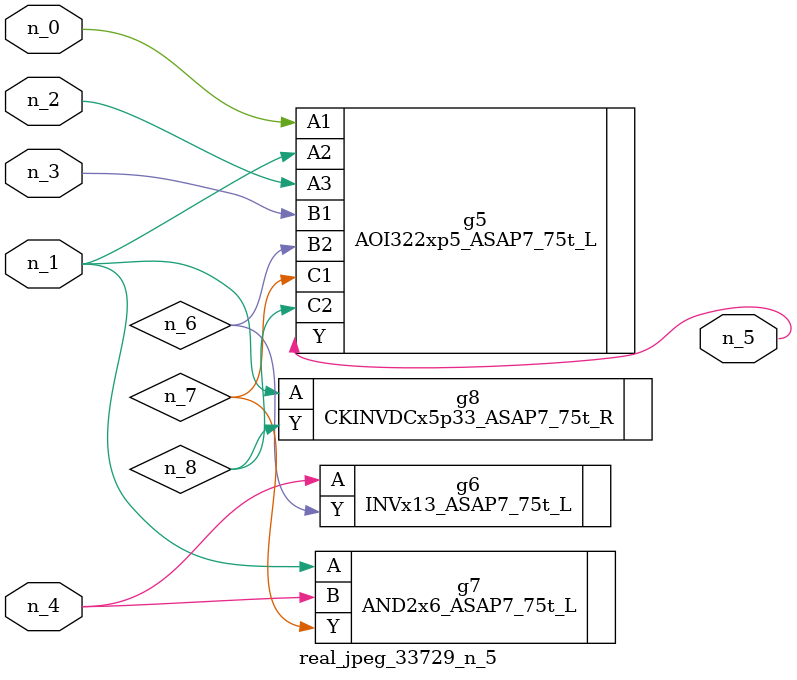
<source format=v>
module real_jpeg_33729_n_5 (n_4, n_0, n_1, n_2, n_3, n_5);

input n_4;
input n_0;
input n_1;
input n_2;
input n_3;

output n_5;

wire n_8;
wire n_6;
wire n_7;

AOI322xp5_ASAP7_75t_L g5 ( 
.A1(n_0),
.A2(n_1),
.A3(n_2),
.B1(n_3),
.B2(n_6),
.C1(n_7),
.C2(n_8),
.Y(n_5)
);

AND2x6_ASAP7_75t_L g7 ( 
.A(n_1),
.B(n_4),
.Y(n_7)
);

CKINVDCx5p33_ASAP7_75t_R g8 ( 
.A(n_1),
.Y(n_8)
);

INVx13_ASAP7_75t_L g6 ( 
.A(n_4),
.Y(n_6)
);


endmodule
</source>
